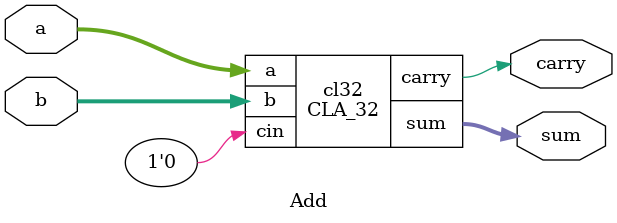
<source format=v>
/* ACM Class System (I) Fall Assignment 1 
 *
 * Implement your naive adder here
 * 
 * GUIDE:
 *   1. Create a RTL project in Vivado
 *   2. Put this file into `Sources'
 *   3. Put `test_adder.v' into `Simulation Sources'
 *   4. Run Behavioral Simulation
 *   5. Make sure to run at least 100 steps during the simulation (usually 100ns)
 *   6. You can see the results in `Tcl console'
 *
 */
module CLA_4(
    input[3:0]     a,
    input[3:0]     b,
    input          cin,
    output[3:0]    sum,
    output         carry
);
	wire[3:0] CI,p,g;
    assign p=a^b;
    assign g=a&b;
    assign CI[0]=cin;
    assign CI[1] = g[0] | (p[0] & cin);
    assign CI[2] = g[1] | (p[1] & g[0]) | (p[1] & p[0] & cin);
    assign CI[3] = g[2] | (p[2] & g[1]) | (p[2] & p[1] & g[0]) | (p[2] & p[1] & p[0] & cin);
    assign carry = g[3] | ( p[3] & g[2] ) | ( p[3] & p[2] & g[1] ) | ( p[3] & p[2] & p[1] & g[0] ) | ( p[3] & p[2] & p[1] & p[0] & cin );
    assign sum=p^CI;
endmodule

module CLA_8(
	input[7:0]     a,
    input[7:0]     b,
    input          cin,
    output[7:0]    sum,
    output         carry
);
	wire mid1;
	CLA_4 cla1 (.a(a[3:0]), .b(b[3:0]), .cin(cin), .sum(sum[3:0]), .carry(mid1));
	CLA_4 cla2 (.a(a[7:4]), .b(b[7:4]), .cin(mid1), .sum(sum[7:4]), .carry(carry));
endmodule

module CLA_16(
	input[15:0]     a,
    input[15:0]     b,
    input          cin,
    output[15:0]    sum,
    output         carry
);
	wire mid1,mid2,mid3;
	CLA_4 cla1 (.a(a[3:0]), .b(b[3:0]), .cin(cin), .sum(sum[3:0]), .carry(mid1));
	CLA_4 cla2 (.a(a[7:4]), .b(b[7:4]), .cin(mid1), .sum(sum[7:4]), .carry(mid2));
	CLA_4 cla3 (.a(a[11:8]), .b(b[11:8]), .cin(mid2), .sum(sum[11:8]), .carry(mid3));
	CLA_4 cla4 (.a(a[15:12]), .b(b[15:12]), .cin(mid3), .sum(sum[15:12]), .carry(carry));
endmodule

module CLA_32(
	input[31:0]     a,
	input[31:0]     b,
	input          cin,
	output[31:0]    sum,
	output         carry
);
	wire mid1,mid2;
	CLA_16 cl16_1(
		.a(a[15:0]),
		.b(b[15:0]),
		.cin(cin),
		.sum(sum[15:0]),
		.carry(mid1)
	);
	CLA_16 cl16_2(
		.a(a[31:16]),
		.b(b[31:16]),
		.cin(mid1),
		.sum(sum[31:16]),
		.carry(mid2)
	);
	assign carry = mid2;
endmodule

module CLA_64(
	input[63:0]     a,
	input[63:0]     b,
	input          cin,
	output[63:0]    sum,
	output         carry
);
	wire mid1,mid2;
	CLA_32 cl32_1(
		.a(a[31:0]),
		.b(b[31:0]),
		.cin(cin),
		.sum(sum[31:0]),
		.carry(mid1)
	);
	CLA_32 cl32_2(
		.a(a[63:32]),
		.b(b[63:32]),
		.cin(mid1),
		.sum(sum[63:32]),
		.carry(mid2)
	);
	assign carry = mid2;
endmodule



module Add(
	// TODO: Write the ports of this module here
	//
	// Hint: 
	//   The module needs 4 ports, 
	//     the first 2 ports are 16-bit unsigned numbers as the inputs of the adder
	//     the third port is a 16-bit unsigned number as the output
	//	   the forth port is a one bit port as the carry flag
	// 
	input[31:0]     a,
	input[31:0]     b,
	output[31:0]    sum,
	output         carry
	// input[15:0]     a,
	// input[15:0]     b,
	// output[15:0]    answer,
	// output         carry
);
	// TODO: Implement this module here
	CLA_32 cl32(
		.a(a),
		.b(b),
		.cin(1'b0),
		.sum(sum),
		.carry(carry)
	);
	// CLA_16 cl16(
	// 	.a(a),
	// 	.b(b),
	// 	.cin(1'b0),
	// 	.sum(answer),
	// 	.carry(carry)
	// );
endmodule

</source>
